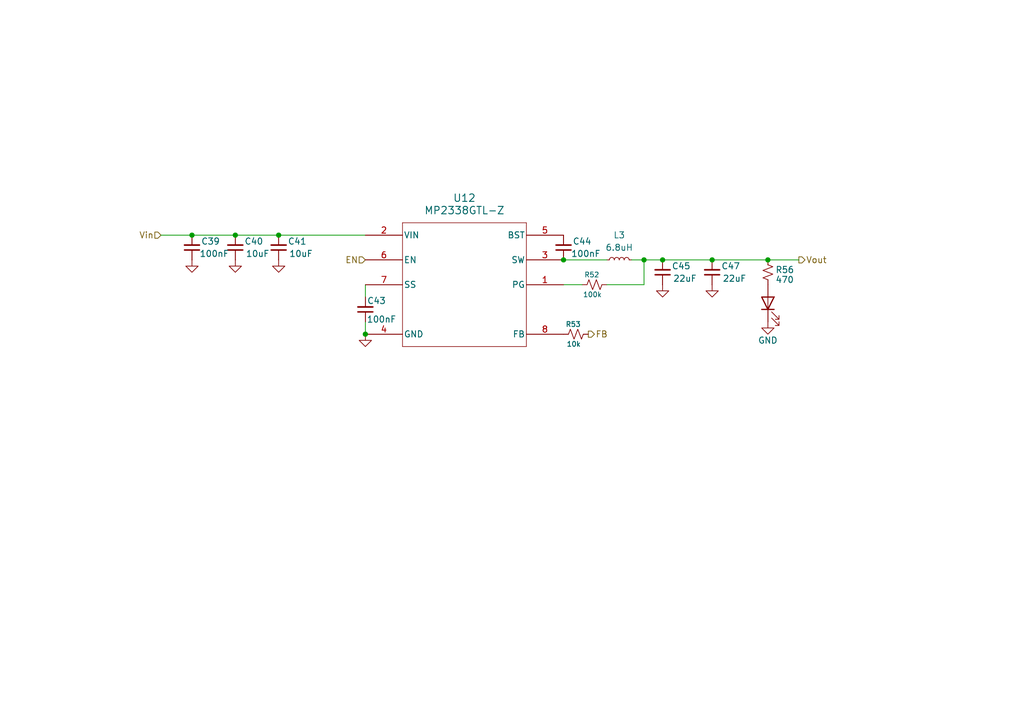
<source format=kicad_sch>
(kicad_sch (version 20250114) (generator "eeschema") (generator_version "9.0")
  (paper "A5")
  (lib_symbols
    (symbol "Device:C_Small" (pin_numbers (hide yes)) (pin_names (offset 0.254) (hide yes))
      (property "Reference" "C" (at 0.254 1.778 0))
      (property "Value" "C_Small" (at 0.254 -2.032 0))
      (symbol "C_Small_0_1"
        (polyline (pts (xy -1.524 0.508) (xy 1.524 0.508)) (stroke (width 0.3048)))
        (polyline (pts (xy -1.524 -0.508) (xy 1.524 -0.508)) (stroke (width 0.3302)))
      )
      (symbol "C_Small_1_1"
        (pin passive line (at 0 2.54 270) (length 2.032) (name "~") (number "1"))
        (pin passive line (at 0 -2.54 90) (length 2.032) (name "~") (number "2"))
      )
    )
    (symbol "Device:LED" (pin_numbers (hide yes)) (pin_names (offset 1.016) (hide yes))
      (property "Reference" "D" (at 0 2.54 0))
      (property "Value" "LED" (at 0 -2.54 0))
      (symbol "LED_0_1"
        (polyline (pts (xy -3.048 -0.762) (xy -4.572 -2.286) (xy -3.81 -2.286) (xy -4.572 -2.286) (xy -4.572 -1.524)))
        (polyline (pts (xy -1.778 -0.762) (xy -3.302 -2.286) (xy -2.54 -2.286) (xy -3.302 -2.286) (xy -3.302 -1.524)))
        (polyline (pts (xy -1.27 0) (xy 1.27 0)))
        (polyline (pts (xy -1.27 -1.27) (xy -1.27 1.27)) (stroke (width 0.254)))
        (polyline (pts (xy 1.27 -1.27) (xy 1.27 1.27) (xy -1.27 0) (xy 1.27 -1.27)) (stroke (width 0.254)))
      )
      (symbol "LED_1_1"
        (pin passive line (at -3.81 0 0) (length 2.54) (name "K") (number "1"))
        (pin passive line (at 3.81 0 180) (length 2.54) (name "A") (number "2"))
      )
    )
    (symbol "Device:L_Small" (pin_numbers (hide yes)) (pin_names (offset 0.254) (hide yes))
      (property "Reference" "L" (at 0.762 1.016 0))
      (property "Value" "L_Small" (at 0.762 -1.016 0))
      (symbol "L_Small_0_1"
        (arc (start 0 2.032) (mid 0.5058 1.524) (end 0 1.016))
        (arc (start 0 1.016) (mid 0.5058 0.508) (end 0 0))
        (arc (start 0 0) (mid 0.5058 -0.508) (end 0 -1.016))
        (arc (start 0 -1.016) (mid 0.5058 -1.524) (end 0 -2.032))
      )
      (symbol "L_Small_1_1"
        (pin passive line (at 0 2.54 270) (length 0.508) (name "~") (number "1"))
        (pin passive line (at 0 -2.54 90) (length 0.508) (name "~") (number "2"))
      )
    )
    (symbol "Device:R_Small_US" (pin_numbers (hide yes)) (pin_names (offset 0.254) (hide yes))
      (property "Reference" "R" (at 0.762 0.508 0))
      (property "Value" "R_Small_US" (at 0.762 -1.016 0))
      (symbol "R_Small_US_1_1"
        (polyline (pts (xy 0 1.524) (xy 1.016 1.143) (xy 0 0.762) (xy -1.016 0.381) (xy 0 0)))
        (polyline (pts (xy 0 0) (xy 1.016 -0.381) (xy 0 -0.762) (xy -1.016 -1.143) (xy 0 -1.524)))
        (pin passive line (at 0 2.54 270) (length 1.016) (name "~") (number "1"))
        (pin passive line (at 0 -2.54 90) (length 1.016) (name "~") (number "2"))
      )
    )
    (symbol "GND_12" (power) (pin_numbers (hide yes)) (pin_names (offset 0) (hide yes))
      (property "Value" "GND" (at 0 -3.81 0))
      (symbol "GND_12_0_1"
        (polyline (pts (xy 0 0) (xy 0 -1.27) (xy 1.27 -1.27) (xy 0 -2.54) (xy -1.27 -1.27) (xy 0 -1.27)))
      )
      (symbol "GND_12_1_1"
        (pin power_in line (at 0 0 270) (length 0) (name "~") (number "1"))
      )
    )
    (symbol "UCIRP-KiCAD-Lib:MP2338GTL-Z" (pin_names (offset 0.254))
      (property "Reference" "U" (at 20.32 10.16 0))
      (property "Value" "MP2338GTL-Z" (at 20.32 7.62 0))
      (symbol "MP2338GTL-Z_0_1"
        (polyline (pts (xy 7.62 5.08) (xy 7.62 -20.32)) (stroke (width 0.127)))
        (polyline (pts (xy 7.62 -20.32) (xy 33.02 -20.32)) (stroke (width 0.127)))
        (polyline (pts (xy 33.02 5.08) (xy 7.62 5.08)) (stroke (width 0.127)))
        (polyline (pts (xy 33.02 -20.32) (xy 33.02 5.08)) (stroke (width 0.127)))
        (pin power_in line (at 0 2.54 0) (length 7.62) (name "VIN") (number "2"))
        (pin input line (at 0 -2.54 0) (length 7.62) (name "EN") (number "6"))
        (pin unspecified line (at 0 -7.62 0) (length 7.62) (name "SS") (number "7"))
        (pin power_in line (at 0 -17.78 0) (length 7.62) (name "GND") (number "4"))
        (pin power_in line (at 40.64 2.54 180) (length 7.62) (name "BST") (number "5"))
        (pin output line (at 40.64 -2.54 180) (length 7.62) (name "SW") (number "3"))
        (pin output line (at 40.64 -7.62 180) (length 7.62) (name "PG") (number "1"))
        (pin output line (at 40.64 -17.78 180) (length 7.62) (name "FB") (number "8"))
      )
    )
    (symbol "power:GND" (power) (pin_names (offset 0))
      (property "Value" "GND" (at 0 -3.81 0))
      (symbol "GND_0_1"
        (polyline (pts (xy 0 0) (xy 0 -1.27) (xy 1.27 -1.27) (xy 0 -2.54) (xy -1.27 -1.27) (xy 0 -1.27)))
      )
      (symbol "GND_1_1"
        (pin power_in line (at 0 0 270) (length 0) (hide yes) (name "GND") (number "1"))
      )
    )
  )
  (junction (at 57.15 48.26))
  (junction (at 135.89 53.34))
  (junction (at 115.57 53.34))
  (junction (at 48.26 48.26))
  (junction (at 39.37 48.26))
  (junction (at 146.05 53.34))
  (junction (at 132.08 53.34))
  (junction (at 74.93 68.58))
  (junction (at 157.48 53.34))
  (wire (pts (xy 48.26 48.26) (xy 57.15 48.26)))
  (wire (pts (xy 129.54 53.34) (xy 132.08 53.34)))
  (wire (pts (xy 33.02 48.26) (xy 39.37 48.26)))
  (wire (pts (xy 119.38 58.42) (xy 115.57 58.42)))
  (wire (pts (xy 124.46 58.42) (xy 132.08 58.42)))
  (wire (pts (xy 115.57 53.34) (xy 124.46 53.34)))
  (wire (pts (xy 74.93 66.04) (xy 74.93 68.58)))
  (wire (pts (xy 74.93 60.96) (xy 74.93 58.42)))
  (wire (pts (xy 135.89 53.34) (xy 146.05 53.34)))
  (wire (pts (xy 132.08 53.34) (xy 132.08 58.42)))
  (wire (pts (xy 57.15 48.26) (xy 74.93 48.26)))
  (wire (pts (xy 146.05 53.34) (xy 157.48 53.34)))
  (wire (pts (xy 132.08 53.34) (xy 135.89 53.34)))
  (wire (pts (xy 157.48 53.34) (xy 163.83 53.34)))
  (wire (pts (xy 39.37 48.26) (xy 48.26 48.26)))
  (hierarchical_label "Vin" (shape input) (at 33.02 48.26 180))
  (hierarchical_label "FB" (shape output) (at 120.65 68.58 0))
  (hierarchical_label "EN" (shape input) (at 74.93 53.34 180))
  (hierarchical_label "Vout" (shape output) (at 163.83 53.34 0))
  (symbol (lib_id "Device:C_Small") (at 48.26 50.8 0) (mirror x) (unit 1)
    (property "Reference" "C40" (at 52.07 49.53 0))
    (property "Value" "10uF" (at 52.832 52.07 0))
    (property "Footprint" "Capacitor_SMD:C_0603_1608Metric" (effects (hide yes)))
    (property "Manufacturer" "Generic" (effects (hide yes)))
    (property "Part #" "Generic 0603 6.3V 100nF X7R MLCC" (effects (hide yes)))
  )
  (symbol (lib_id "Device:C_Small") (at 74.93 63.5 0) (mirror x) (unit 1)
    (property "Reference" "C43" (at 77.216 61.722 0))
    (property "Value" "100nF" (at 78.232 65.532 0))
    (property "Footprint" "Capacitor_SMD:C_0603_1608Metric" (effects (hide yes)))
    (property "Manufacturer" "Generic" (effects (hide yes)))
    (property "Part #" "Generic 0603 6.3V 100nF X7R MLCC" (effects (hide yes)))
  )
  (symbol (lib_id "Device:C_Small") (at 57.15 50.8 0) (mirror x) (unit 1)
    (property "Reference" "C41" (at 60.96 49.53 0))
    (property "Value" "10uF" (at 61.722 52.07 0))
    (property "Footprint" "Capacitor_SMD:C_0603_1608Metric" (effects (hide yes)))
    (property "Manufacturer" "Generic" (effects (hide yes)))
    (property "Part #" "Generic 0603 6.3V 100nF X7R MLCC" (effects (hide yes)))
  )
  (symbol (lib_name "GND_12") (lib_id "power:GND") (at 74.93 68.58 0) (unit 1)
    (property "Reference" "#PWR0140" (effects (hide yes)))
    (property "Value" "GND" (effects (hide yes)))
    (property "Description" "Power symbol creates a global label with name \"GND\" , ground" (effects (hide yes)))
  )
  (symbol (lib_id "Device:C_Small") (at 115.57 50.8 0) (mirror x) (unit 1)
    (property "Reference" "C44" (at 119.38 49.53 0))
    (property "Value" "100nF" (at 120.142 52.07 0))
    (property "Footprint" "Capacitor_SMD:C_0603_1608Metric" (effects (hide yes)))
    (property "Manufacturer" "Generic" (effects (hide yes)))
    (property "Part #" "Generic 0603 6.3V 100nF X7R MLCC" (effects (hide yes)))
  )
  (symbol (lib_id "Device:C_Small") (at 135.89 55.88 0) (mirror x) (unit 1)
    (property "Reference" "C45" (at 139.7 54.61 0))
    (property "Value" "22uF" (at 140.462 57.15 0))
    (property "Footprint" "Capacitor_SMD:C_0603_1608Metric" (effects (hide yes)))
    (property "Manufacturer" "Generic" (effects (hide yes)))
    (property "Part #" "Generic 0603 6.3V 100nF X7R MLCC" (effects (hide yes)))
  )
  (symbol (lib_id "Device:R_Small_US") (at 121.92 58.42 90) (unit 1)
    (property "Reference" "R52" (at 122.936 56.388 90) (effects (font (size 1.016 1.016)) (justify left)))
    (property "Value" "100k" (at 123.444 60.452 90) (effects (font (size 1.016 1.016)) (justify left)))
    (property "Footprint" "Resistor_SMD:R_0603_1608Metric" (effects (hide yes)))
    (property "Description" "Resistor, small US symbol" (effects (hide yes)))
  )
  (symbol (lib_id "power:GND") (at 157.48 66.04 0) (unit 1)
    (property "Reference" "#PWR0147" (effects (hide yes)))
    (property "Value" "GND" (at 157.48 69.85 0))
  )
  (symbol (lib_id "Device:R_Small_US") (at 157.48 55.88 0) (unit 1)
    (property "Reference" "R56" (at 159.004 55.372 0) (effects (justify left)))
    (property "Value" "470" (at 159.004 57.404 0) (effects (justify left)))
    (property "Footprint" "Resistor_SMD:R_0603_1608Metric" (effects (hide yes)))
    (property "Manufacturer" "Generic" (effects (hide yes)))
    (property "Part #" "Generic 0603 470 1% Resistor" (effects (hide yes)))
  )
  (symbol (lib_name "GND_12") (lib_id "power:GND") (at 146.05 58.42 0) (unit 1)
    (property "Reference" "#PWR0145" (effects (hide yes)))
    (property "Value" "GND" (effects (hide yes)))
    (property "Description" "Power symbol creates a global label with name \"GND\" , ground" (effects (hide yes)))
  )
  (symbol (lib_id "UCIRP-KiCAD-Lib:MP2338GTL-Z") (at 74.93 50.8 0) (unit 1)
    (property "Reference" "U12" (at 95.25 40.64 0) (effects (font (size 1.524 1.524))))
    (property "Value" "MP2338GTL-Z" (at 95.25 43.18 0) (effects (font (size 1.524 1.524))))
    (property "Footprint" "SOT583_MP2338_MNP" (effects (hide yes)))
    (property "Datasheet" "https://www.monolithicpower.com/en/documentview/productdocument/index/version/2/document_type/Datasheet/lang/en/sku/MP2338GTL" (effects (hide yes)))
  )
  (symbol (lib_name "GND_12") (lib_id "power:GND") (at 39.37 53.34 0) (unit 1)
    (property "Reference" "#PWR0136" (effects (hide yes)))
    (property "Value" "GND" (effects (hide yes)))
    (property "Description" "Power symbol creates a global label with name \"GND\" , ground" (effects (hide yes)))
  )
  (symbol (lib_id "Device:R_Small_US") (at 118.11 68.58 90) (unit 1)
    (property "Reference" "R53" (at 119.126 66.548 90) (effects (font (size 1.016 1.016)) (justify left)))
    (property "Value" "10k" (at 119.126 70.612 90) (effects (font (size 1.016 1.016)) (justify left)))
    (property "Footprint" "Resistor_SMD:R_0603_1608Metric" (effects (hide yes)))
    (property "Description" "Resistor, small US symbol" (effects (hide yes)))
  )
  (symbol (lib_id "Device:C_Small") (at 39.37 50.8 0) (mirror x) (unit 1)
    (property "Reference" "C39" (at 43.18 49.53 0))
    (property "Value" "100nF" (at 43.942 52.07 0))
    (property "Footprint" "Capacitor_SMD:C_0603_1608Metric" (effects (hide yes)))
    (property "Manufacturer" "Generic" (effects (hide yes)))
    (property "Part #" "Generic 0603 6.3V 100nF X7R MLCC" (effects (hide yes)))
  )
  (symbol (lib_name "GND_12") (lib_id "power:GND") (at 48.26 53.34 0) (unit 1)
    (property "Reference" "#PWR0137" (effects (hide yes)))
    (property "Value" "GND" (effects (hide yes)))
    (property "Description" "Power symbol creates a global label with name \"GND\" , ground" (effects (hide yes)))
  )
  (symbol (lib_id "Device:C_Small") (at 146.05 55.88 0) (mirror x) (unit 1)
    (property "Reference" "C47" (at 149.86 54.61 0))
    (property "Value" "22uF" (at 150.622 57.15 0))
    (property "Footprint" "Capacitor_SMD:C_0603_1608Metric" (effects (hide yes)))
    (property "Manufacturer" "Generic" (effects (hide yes)))
    (property "Part #" "Generic 0603 6.3V 100nF X7R MLCC" (effects (hide yes)))
  )
  (symbol (lib_id "Device:L_Small") (at 127 53.34 90) (unit 1)
    (property "Reference" "L3" (at 127 48.26 90))
    (property "Value" "6.8uH" (at 127 50.8 90))
    (property "Footprint" "UCIRP-KiCAD-Lib:IND_VLS6045EX-6R8M" (effects (hide yes)))
    (property "Datasheet" "https://www.digikey.com/en/products/detail/tdk-corporation/VLS6045EX-6R8M/5287380" (effects (hide yes)))
    (property "Description" "Inductor, small symbol" (effects (hide yes)))
  )
  (symbol (lib_name "GND_12") (lib_id "power:GND") (at 135.89 58.42 0) (unit 1)
    (property "Reference" "#PWR0142" (effects (hide yes)))
    (property "Value" "GND" (effects (hide yes)))
    (property "Description" "Power symbol creates a global label with name \"GND\" , ground" (effects (hide yes)))
  )
  (symbol (lib_name "GND_12") (lib_id "power:GND") (at 57.15 53.34 0) (unit 1)
    (property "Reference" "#PWR0138" (effects (hide yes)))
    (property "Value" "GND" (effects (hide yes)))
    (property "Description" "Power symbol creates a global label with name \"GND\" , ground" (effects (hide yes)))
  )
  (symbol (lib_id "Device:LED") (at 157.48 62.23 90) (unit 1)
    (property "Reference" "D12" (effects (hide yes)))
    (property "Value" "BLUE" (effects (hide yes)))
    (property "Footprint" "Diode_SMD:D_0603_1608Metric" (effects (hide yes)))
    (property "Manufacturer" "Generic" (effects (hide yes)))
    (property "Part #" "Generic Green LED" (effects (hide yes)))
  )
)
</source>
